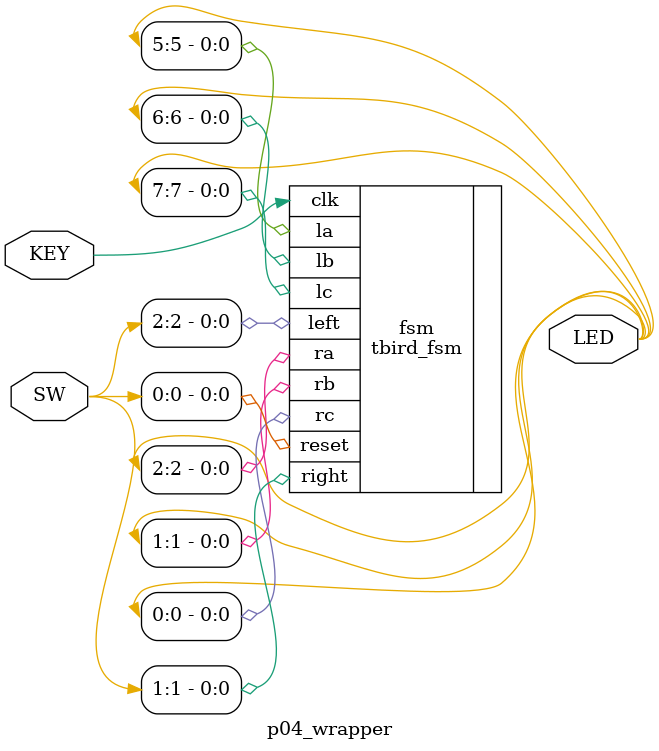
<source format=sv>
/* 
 * File: p04_wrapper.sv
 *
 * This file makes it easier to match your FSM inputs/outputs to the DE0-Nano
 * inputs/outputs.
 */

module p04_wrapper( input  logic [2:0] SW,
					input  logic [0:0] KEY,
					output logic [7:0] LED );
          
  // Use button (i.e. Key0) for clk
  // switches for inputs (left and right)
  // LEDs for output (la, lb, etc.)
  
  // create an instance of the tbird_fsm module named fsm
  tbird_fsm fsm(.clk(KEY[0]), .reset(SW[0]), .left(SW[2]), .right(SW[1]),
				  .la(LED[5]), .lb(LED[6]), .lc(LED[7]), 
				  .ra(LED[2]), .rb(LED[1]), .rc(LED[0]));
endmodule

</source>
